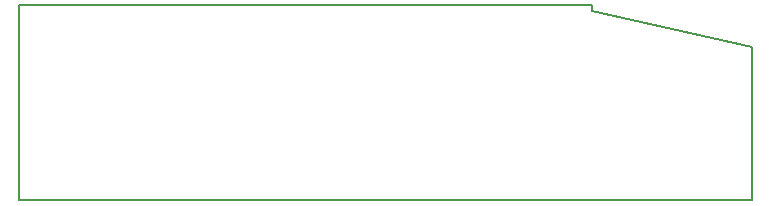
<source format=gm1>
G04 #@! TF.GenerationSoftware,KiCad,Pcbnew,5.0.2+dfsg1-1*
G04 #@! TF.CreationDate,2020-12-29T17:43:56+01:00*
G04 #@! TF.ProjectId,KBD_ADAPTER_XE,4b42445f-4144-4415-9054-45525f58452e,1.0*
G04 #@! TF.SameCoordinates,Original*
G04 #@! TF.FileFunction,Profile,NP*
%FSLAX46Y46*%
G04 Gerber Fmt 4.6, Leading zero omitted, Abs format (unit mm)*
G04 Created by KiCad (PCBNEW 5.0.2+dfsg1-1) date Tue 29 Dec 2020 05:43:56 PM CET*
%MOMM*%
%LPD*%
G01*
G04 APERTURE LIST*
%ADD10C,0.150000*%
G04 APERTURE END LIST*
D10*
X113000000Y-95500000D02*
X113000000Y-112000000D01*
X161500000Y-95500000D02*
X113000000Y-95500000D01*
X161500000Y-96000000D02*
X161500000Y-95500000D01*
X175000000Y-99000000D02*
X161500000Y-96000000D01*
X175000000Y-112000000D02*
X175000000Y-99000000D01*
X113000000Y-112000000D02*
X175000000Y-112000000D01*
M02*

</source>
